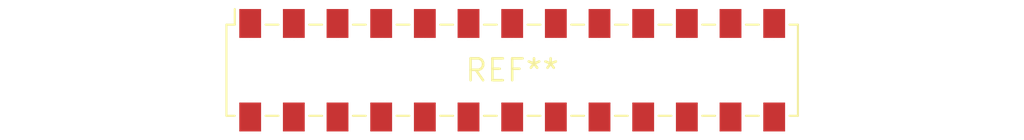
<source format=kicad_pcb>
(kicad_pcb (version 20240108) (generator pcbnew)
  (layers (0 "F.Cu" signal) (31 "B.Cu" signal) (34 "B.Paste" user) (35 "F.Paste" user) (36 "B.SilkS" user "B.Silkscreen") (37 "F.SilkS" user "F.Silkscreen") (38 "B.Mask" user) (39 "F.Mask" user) (44 "Edge.Cuts" user))
  (net 0 "")
  (footprint "Samtec_HLE-113-02-xxx-DV-BE_2x13_P2.54mm_Horizontal" (layer "F.Cu") (at 0 0)
    (property "Reference" "REF**")
    (property "Value" "Samtec_HLE-113-02-xxx-DV-BE_2x13_P2.54mm_Horizontal")
    (fp_line (start -16.62 -2.65) (end -16.62 2.65) (layer "F.SilkS") (stroke (width 0.12)))
    (fp_line (start -16.62 2.65) (end -16.135 2.65) (layer "F.SilkS") (stroke (width 0.12)))
    (fp_line (start -16.135 -3.56) (end -16.135 -2.65) (layer "F.SilkS") (stroke (width 0.12)))
    (fp_line (start -16.135 -2.65) (end -16.62 -2.65) (layer "F.SilkS") (stroke (width 0.12)))
    (fp_line (start -14.345 -2.65) (end -13.595 -2.65) (layer "F.SilkS") (stroke (width 0.12)))
    (fp_line (start -14.345 2.65) (end -13.595 2.65) (layer "F.SilkS") (stroke (width 0.12)))
    (fp_line (start -11.805 -2.65) (end -11.055 -2.65) (layer "F.SilkS") (stroke (width 0.12)))
    (fp_line (start -11.805 2.65) (end -11.055 2.65) (layer "F.SilkS") (stroke (width 0.12)))
    (fp_line (start -9.265 -2.65) (end -8.515 -2.65) (layer "F.SilkS") (stroke (width 0.12)))
    (fp_line (start -9.265 2.65) (end -8.515 2.65) (layer "F.SilkS") (stroke (width 0.12)))
    (fp_line (start -6.725 -2.65) (end -5.975 -2.65) (layer "F.SilkS") (stroke (width 0.12)))
    (fp_line (start -6.725 2.65) (end -5.975 2.65) (layer "F.SilkS") (stroke (width 0.12)))
    (fp_line (start -4.185 -2.65) (end -3.435 -2.65) (layer "F.SilkS") (stroke (width 0.12)))
    (fp_line (start -4.185 2.65) (end -3.435 2.65) (layer "F.SilkS") (stroke (width 0.12)))
    (fp_line (start -1.645 -2.65) (end -0.895 -2.65) (layer "F.SilkS") (stroke (width 0.12)))
    (fp_line (start -1.645 2.65) (end -0.895 2.65) (layer "F.SilkS") (stroke (width 0.12)))
    (fp_line (start 0.895 -2.65) (end 1.645 -2.65) (layer "F.SilkS") (stroke (width 0.12)))
    (fp_line (start 0.895 2.65) (end 1.645 2.65) (layer "F.SilkS") (stroke (width 0.12)))
    (fp_line (start 3.435 -2.65) (end 4.185 -2.65) (layer "F.SilkS") (stroke (width 0.12)))
    (fp_line (start 3.435 2.65) (end 4.185 2.65) (layer "F.SilkS") (stroke (width 0.12)))
    (fp_line (start 5.975 -2.65) (end 6.725 -2.65) (layer "F.SilkS") (stroke (width 0.12)))
    (fp_line (start 5.975 2.65) (end 6.725 2.65) (layer "F.SilkS") (stroke (width 0.12)))
    (fp_line (start 8.515 -2.65) (end 9.265 -2.65) (layer "F.SilkS") (stroke (width 0.12)))
    (fp_line (start 8.515 2.65) (end 9.265 2.65) (layer "F.SilkS") (stroke (width 0.12)))
    (fp_line (start 11.055 -2.65) (end 11.805 -2.65) (layer "F.SilkS") (stroke (width 0.12)))
    (fp_line (start 11.055 2.65) (end 11.805 2.65) (layer "F.SilkS") (stroke (width 0.12)))
    (fp_line (start 13.595 -2.65) (end 14.345 -2.65) (layer "F.SilkS") (stroke (width 0.12)))
    (fp_line (start 13.595 2.65) (end 14.345 2.65) (layer "F.SilkS") (stroke (width 0.12)))
    (fp_line (start 16.135 -2.65) (end 16.62 -2.65) (layer "F.SilkS") (stroke (width 0.12)))
    (fp_line (start 16.62 -2.65) (end 16.62 2.65) (layer "F.SilkS") (stroke (width 0.12)))
    (fp_line (start 16.62 2.65) (end 16.135 2.65) (layer "F.SilkS") (stroke (width 0.12)))
    (pad "" np_thru_hole circle (at -15.24 -1.27) (size 0.97 0.97) (drill 0.97) (layers *.Cu *.Mask))
    (pad "" np_thru_hole circle (at -15.24 1.27) (size 0.97 0.97) (drill 0.97) (layers *.Cu *.Mask))
    (pad "" np_thru_hole circle (at -12.7 -1.27) (size 0.97 0.97) (drill 0.97) (layers *.Cu *.Mask))
    (pad "" np_thru_hole circle (at -12.7 1.27) (size 0.97 0.97) (drill 0.97) (layers *.Cu *.Mask))
    (pad "" np_thru_hole circle (at -10.16 -1.27) (size 0.97 0.97) (drill 0.97) (layers *.Cu *.Mask))
    (pad "" np_thru_hole circle (at -10.16 1.27) (size 0.97 0.97) (drill 0.97) (layers *.Cu *.Mask))
    (pad "" np_thru_hole circle (at -7.62 -1.27) (size 0.97 0.97) (drill 0.97) (layers *.Cu *.Mask))
    (pad "" np_thru_hole circle (at -7.62 1.27) (size 0.97 0.97) (drill 0.97) (layers *.Cu *.Mask))
    (pad "" np_thru_hole circle (at -5.08 -1.27) (size 0.97 0.97) (drill 0.97) (layers *.Cu *.Mask))
    (pad "" np_thru_hole circle (at -5.08 1.27) (size 0.97 0.97) (drill 0.97) (layers *.Cu *.Mask))
    (pad "" np_thru_hole circle (at -2.54 -1.27) (size 0.97 0.97) (drill 0.97) (layers *.Cu *.Mask))
    (pad "" np_thru_hole circle (at -2.54 1.27) (size 0.97 0.97) (drill 0.97) (layers *.Cu *.Mask))
    (pad "" np_thru_hole circle (at 0 -1.27) (size 0.97 0.97) (drill 0.97) (layers *.Cu *.Mask))
    (pad "" np_thru_hole circle (at 0 1.27) (size 0.97 0.97) (drill 0.97) (layers *.Cu *.Mask))
    (pad "" np_thru_hole circle (at 2.54 -1.27) (size 0.97 0.97) (drill 0.97) (layers *.Cu *.Mask))
    (pad "" np_thru_hole circle (at 2.54 1.27) (size 0.97 0.97) (drill 0.97) (layers *.Cu *.Mask))
    (pad "" np_thru_hole circle (at 5.08 -1.27) (size 0.97 0.97) (drill 0.97) (layers *.Cu *.Mask))
    (pad "" np_thru_hole circle (at 5.08 1.27) (size 0.97 0.97) (drill 0.97) (layers *.Cu *.Mask))
    (pad "" np_thru_hole circle (at 7.62 -1.27) (size 0.97 0.97) (drill 0.97) (layers *.Cu *.Mask))
    (pad "" np_thru_hole circle (at 7.62 1.27) (size 0.97 0.97) (drill 0.97) (layers *.Cu *.Mask))
    (pad "" np_thru_hole circle (at 10.16 -1.27) (size 0.97 0.97) (drill 0.97) (layers *.Cu *.Mask))
    (pad "" np_thru_hole circle (at 10.16 1.27) (size 0.97 0.97) (drill 0.97) (layers *.Cu *.Mask))
    (pad "" np_thru_hole circle (at 12.7 -1.27) (size 0.97 0.97) (drill 0.97) (layers *.Cu *.Mask))
    (pad "" np_thru_hole circle (at 12.7 1.27) (size 0.97 0.97) (drill 0.97) (layers *.Cu *.Mask))
    (pad "" np_thru_hole circle (at 15.24 -1.27) (size 0.97 0.97) (drill 0.97) (layers *.Cu *.Mask))
    (pad "" np_thru_hole circle (at 15.24 1.27) (size 0.97 0.97) (drill 0.97) (layers *.Cu *.Mask))
    (pad "1" smd rect (at -15.24 -2.72) (size 1.27 1.68) (layers "F.Cu" "F.Paste" "F.Mask"))
    (pad "2" smd rect (at -15.24 2.72) (size 1.27 1.68) (layers "F.Cu" "F.Paste" "F.Mask"))
    (pad "3" smd rect (at -12.7 -2.72) (size 1.27 1.68) (layers "F.Cu" "F.Paste" "F.Mask"))
    (pad "4" smd rect (at -12.7 2.72) (size 1.27 1.68) (layers "F.Cu" "F.Paste" "F.Mask"))
    (pad "5" smd rect (at -10.16 -2.72) (size 1.27 1.68) (layers "F.Cu" "F.Paste" "F.Mask"))
    (pad "6" smd rect (at -10.16 2.72) (size 1.27 1.68) (layers "F.Cu" "F.Paste" "F.Mask"))
    (pad "7" smd rect (at -7.62 -2.72) (size 1.27 1.68) (layers "F.Cu" "F.Paste" "F.Mask"))
    (pad "8" smd rect (at -7.62 2.72) (size 1.27 1.68) (layers "F.Cu" "F.Paste" "F.Mask"))
    (pad "9" smd rect (at -5.08 -2.72) (size 1.27 1.68) (layers "F.Cu" "F.Paste" "F.Mask"))
    (pad "10" smd rect (at -5.08 2.72) (size 1.27 1.68) (layers "F.Cu" "F.Paste" "F.Mask"))
    (pad "11" smd rect (at -2.54 -2.72) (size 1.27 1.68) (layers "F.Cu" "F.Paste" "F.Mask"))
    (pad "12" smd rect (at -2.54 2.72) (size 1.27 1.68) (layers "F.Cu" "F.Paste" "F.Mask"))
    (pad "13" smd rect (at 0 -2.72) (size 1.27 1.68) (layers "F.Cu" "F.Paste" "F.Mask"))
    (pad "14" smd rect (at 0 2.72) (size 1.27 1.68) (layers "F.Cu" "F.Paste" "F.Mask"))
    (pad "15" smd rect (at 2.54 -2.72) (size 1.27 1.68) (layers "F.Cu" "F.Paste" "F.Mask"))
    (pad "16" smd rect (at 2.54 2.72) (size 1.27 1.68) (layers "F.Cu" "F.Paste" "F.Mask"))
    (pad "17" smd rect (at 5.08 -2.72) (size 1.27 1.68) (layers "F.Cu" "F.Paste" "F.Mask"))
    (pad "18" smd rect (at 5.08 2.72) (size 1.27 1.68) (layers "F.Cu" "F.Paste" "F.Mask"))
    (pad "19" smd rect (at 7.62 -2.72) (size 1.27 1.68) (layers "F.Cu" "F.Paste" "F.Mask"))
    (pad "20" smd rect (at 7.62 2.72) (size 1.27 1.68) (layers "F.Cu" "F.Paste" "F.Mask"))
    (pad "21" smd rect (at 10.16 -2.72) (size 1.27 1.68) (layers "F.Cu" "F.Paste" "F.Mask"))
    (pad "22" smd rect (at 10.16 2.72) (size 1.27 1.68) (layers "F.Cu" "F.Paste" "F.Mask"))
    (pad "23" smd rect (at 12.7 -2.72) (size 1.27 1.68) (layers "F.Cu" "F.Paste" "F.Mask"))
    (pad "24" smd rect (at 12.7 2.72) (size 1.27 1.68) (layers "F.Cu" "F.Paste" "F.Mask"))
    (pad "25" smd rect (at 15.24 -2.72) (size 1.27 1.68) (layers "F.Cu" "F.Paste" "F.Mask"))
    (pad "26" smd rect (at 15.24 2.72) (size 1.27 1.68) (layers "F.Cu" "F.Paste" "F.Mask"))
  )
)
</source>
